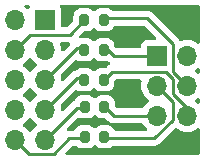
<source format=gbr>
%TF.GenerationSoftware,KiCad,Pcbnew,(6.0.6)*%
%TF.CreationDate,2022-08-19T09:49:53-07:00*%
%TF.ProjectId,rrf_rpi_skr_adapter,7272665f-7270-4695-9f73-6b725f616461,rev?*%
%TF.SameCoordinates,PX8404630PY621abf0*%
%TF.FileFunction,Copper,L1,Top*%
%TF.FilePolarity,Positive*%
%FSLAX46Y46*%
G04 Gerber Fmt 4.6, Leading zero omitted, Abs format (unit mm)*
G04 Created by KiCad (PCBNEW (6.0.6)) date 2022-08-19 09:49:53*
%MOMM*%
%LPD*%
G01*
G04 APERTURE LIST*
G04 Aperture macros list*
%AMRoundRect*
0 Rectangle with rounded corners*
0 $1 Rounding radius*
0 $2 $3 $4 $5 $6 $7 $8 $9 X,Y pos of 4 corners*
0 Add a 4 corners polygon primitive as box body*
4,1,4,$2,$3,$4,$5,$6,$7,$8,$9,$2,$3,0*
0 Add four circle primitives for the rounded corners*
1,1,$1+$1,$2,$3*
1,1,$1+$1,$4,$5*
1,1,$1+$1,$6,$7*
1,1,$1+$1,$8,$9*
0 Add four rect primitives between the rounded corners*
20,1,$1+$1,$2,$3,$4,$5,0*
20,1,$1+$1,$4,$5,$6,$7,0*
20,1,$1+$1,$6,$7,$8,$9,0*
20,1,$1+$1,$8,$9,$2,$3,0*%
G04 Aperture macros list end*
%TA.AperFunction,SMDPad,CuDef*%
%ADD10RoundRect,0.200000X0.200000X0.275000X-0.200000X0.275000X-0.200000X-0.275000X0.200000X-0.275000X0*%
%TD*%
%TA.AperFunction,ComponentPad*%
%ADD11R,1.700000X1.700000*%
%TD*%
%TA.AperFunction,ComponentPad*%
%ADD12O,1.700000X1.700000*%
%TD*%
%TA.AperFunction,Conductor*%
%ADD13C,0.250000*%
%TD*%
G04 APERTURE END LIST*
D10*
%TO.P,R5,1*%
%TO.N,BCM25*%
X8890000Y11938000D03*
%TO.P,R5,2*%
%TO.N,PF12*%
X7240000Y11938000D03*
%TD*%
D11*
%TO.P,J2,1,Pin_1*%
%TO.N,PF13*%
X3920000Y11920000D03*
D12*
%TO.P,J2,2,Pin_2*%
%TO.N,GND*%
X1380000Y11920000D03*
%TO.P,J2,3,Pin_3*%
%TO.N,RST*%
X3920000Y9380000D03*
%TO.P,J2,4,Pin_4*%
%TO.N,PF12*%
X1380000Y9380000D03*
%TO.P,J2,5,Pin_5*%
%TO.N,PB15*%
X3920000Y6840000D03*
%TO.P,J2,6,Pin_6*%
%TO.N,PF11*%
X1380000Y6840000D03*
%TO.P,J2,7,Pin_7*%
%TO.N,PB12*%
X3920000Y4300000D03*
%TO.P,J2,8,Pin_8*%
%TO.N,PG10*%
X1380000Y4300000D03*
%TO.P,J2,9,Pin_9*%
%TO.N,PB13*%
X3920000Y1760000D03*
%TO.P,J2,10,Pin_10*%
%TO.N,PB14*%
X1380000Y1760000D03*
%TD*%
D10*
%TO.P,R3,1*%
%TO.N,SPI0_CLK*%
X8953000Y4572000D03*
%TO.P,R3,2*%
%TO.N,PB13*%
X7303000Y4572000D03*
%TD*%
%TO.P,R2,1*%
%TO.N,SPI0_MISO*%
X8953000Y2032000D03*
%TO.P,R2,2*%
%TO.N,PB14*%
X7303000Y2032000D03*
%TD*%
D11*
%TO.P,J1,1,Pin_1*%
%TO.N,SPI0_MOSI*%
X13400000Y8875000D03*
D12*
%TO.P,J1,2,Pin_2*%
%TO.N,GND*%
X15940000Y8875000D03*
%TO.P,J1,3,Pin_3*%
%TO.N,SPI0_MISO*%
X13400000Y6335000D03*
%TO.P,J1,4,Pin_4*%
%TO.N,BCM25*%
X15940000Y6335000D03*
%TO.P,J1,5,Pin_5*%
%TO.N,SPI0_CLK*%
X13400000Y3795000D03*
%TO.P,J1,6,Pin_6*%
%TO.N,SPI0_CE*%
X15940000Y3795000D03*
%TD*%
D10*
%TO.P,R1,1*%
%TO.N,SPI0_MOSI*%
X8890000Y9398000D03*
%TO.P,R1,2*%
%TO.N,PB15*%
X7240000Y9398000D03*
%TD*%
%TO.P,R4,1*%
%TO.N,SPI0_CE*%
X8890000Y6858000D03*
%TO.P,R4,2*%
%TO.N,PB12*%
X7240000Y6858000D03*
%TD*%
D13*
%TO.N,SPI0_MOSI*%
X9730000Y8875000D02*
X13400000Y8875000D01*
X9080000Y9525000D02*
X9730000Y8875000D01*
%TO.N,SPI0_MISO*%
X14732000Y5003000D02*
X13400000Y6335000D01*
X14732000Y3465299D02*
X14732000Y5003000D01*
X13171701Y1905000D02*
X14732000Y3465299D01*
X9080000Y1905000D02*
X13171701Y1905000D01*
%TO.N,BCM25*%
X14732000Y9893000D02*
X14732000Y7543000D01*
X12560000Y12065000D02*
X14732000Y9893000D01*
X9080000Y12065000D02*
X12560000Y12065000D01*
X14732000Y7543000D02*
X15940000Y6335000D01*
%TO.N,SPI0_CLK*%
X9730000Y3795000D02*
X13400000Y3795000D01*
X9080000Y4445000D02*
X9730000Y3795000D01*
%TO.N,SPI0_CE*%
X14732000Y6907310D02*
X14732000Y5638690D01*
X14129310Y7510000D02*
X14732000Y6907310D01*
X9080000Y6985000D02*
X9605000Y7510000D01*
X14732000Y5638690D02*
X15940000Y4430690D01*
X15940000Y4430690D02*
X15940000Y3795000D01*
X9605000Y7510000D02*
X14129310Y7510000D01*
%TO.N,PF12*%
X1380000Y9380000D02*
X2668000Y10668000D01*
X2668000Y10668000D02*
X6033000Y10668000D01*
X6033000Y10668000D02*
X7430000Y12065000D01*
%TO.N,PB15*%
X6605000Y9525000D02*
X7430000Y9525000D01*
X3920000Y6840000D02*
X6605000Y9525000D01*
%TO.N,PB12*%
X6605000Y6985000D02*
X7430000Y6985000D01*
X3920000Y4300000D02*
X6605000Y6985000D01*
%TO.N,PB13*%
X3920000Y1760000D02*
X6605000Y4445000D01*
X6605000Y4445000D02*
X7430000Y4445000D01*
%TO.N,PB14*%
X2555000Y585000D02*
X4649000Y585000D01*
X5969000Y1905000D02*
X7430000Y1905000D01*
X4649000Y585000D02*
X5969000Y1905000D01*
X1380000Y1760000D02*
X2555000Y585000D01*
%TD*%
%TA.AperFunction,NonConductor*%
G36*
X2580783Y13187498D02*
G01*
X2627276Y13133842D01*
X2637380Y13063568D01*
X2623650Y13022396D01*
X2619385Y13016705D01*
X2599831Y12964544D01*
X2574919Y12898093D01*
X2532277Y12841329D01*
X2465716Y12816629D01*
X2396367Y12831837D01*
X2363743Y12857524D01*
X2313151Y12913125D01*
X2313142Y12913134D01*
X2309670Y12916949D01*
X2305619Y12920148D01*
X2305615Y12920152D01*
X2226519Y12982618D01*
X2185456Y13040535D01*
X2182224Y13111458D01*
X2217850Y13172870D01*
X2281021Y13205272D01*
X2304611Y13207500D01*
X2512662Y13207500D01*
X2580783Y13187498D01*
G37*
%TD.AperFunction*%
%TA.AperFunction,NonConductor*%
G36*
X16959621Y13187498D02*
G01*
X17006114Y13133842D01*
X17017500Y13081500D01*
X17017500Y10015264D01*
X16997498Y9947143D01*
X16943842Y9900650D01*
X16873568Y9890546D01*
X16813410Y9916381D01*
X16694359Y10010402D01*
X16685552Y10015264D01*
X16590038Y10067990D01*
X16498789Y10118362D01*
X16493920Y10120086D01*
X16493916Y10120088D01*
X16293087Y10191205D01*
X16293083Y10191206D01*
X16288212Y10192931D01*
X16283119Y10193838D01*
X16283116Y10193839D01*
X16073373Y10231200D01*
X16073367Y10231201D01*
X16068284Y10232106D01*
X15994452Y10233008D01*
X15850081Y10234772D01*
X15850079Y10234772D01*
X15844911Y10234835D01*
X15624091Y10201045D01*
X15529810Y10170229D01*
X15440297Y10140972D01*
X15369333Y10138821D01*
X15308471Y10175377D01*
X15293061Y10196806D01*
X15291552Y10200617D01*
X15270740Y10229263D01*
X15265564Y10236387D01*
X15259048Y10246307D01*
X15240580Y10277535D01*
X15240578Y10277538D01*
X15236542Y10284362D01*
X15222221Y10298683D01*
X15209380Y10313717D01*
X15208109Y10315467D01*
X15197472Y10330107D01*
X15163395Y10358298D01*
X15154616Y10366288D01*
X13063652Y12457253D01*
X13056112Y12465539D01*
X13052000Y12472018D01*
X13002348Y12518644D01*
X12999507Y12521398D01*
X12979770Y12541135D01*
X12976573Y12543615D01*
X12967551Y12551320D01*
X12941100Y12576159D01*
X12935321Y12581586D01*
X12928375Y12585405D01*
X12928372Y12585407D01*
X12917566Y12591348D01*
X12901047Y12602199D01*
X12900583Y12602559D01*
X12885041Y12614614D01*
X12877772Y12617759D01*
X12877768Y12617762D01*
X12844463Y12632174D01*
X12833813Y12637391D01*
X12795060Y12658695D01*
X12775437Y12663733D01*
X12756734Y12670137D01*
X12745420Y12675033D01*
X12745419Y12675033D01*
X12738145Y12678181D01*
X12730322Y12679420D01*
X12730312Y12679423D01*
X12694476Y12685099D01*
X12682856Y12687505D01*
X12647711Y12696528D01*
X12647710Y12696528D01*
X12640030Y12698500D01*
X12619776Y12698500D01*
X12600065Y12700051D01*
X12587886Y12701980D01*
X12580057Y12703220D01*
X12572165Y12702474D01*
X12536039Y12699059D01*
X12524181Y12698500D01*
X9658710Y12698500D01*
X9590589Y12718502D01*
X9569615Y12735405D01*
X9530381Y12774639D01*
X9383699Y12863472D01*
X9376452Y12865743D01*
X9376450Y12865744D01*
X9306340Y12887715D01*
X9220062Y12914753D01*
X9146635Y12921500D01*
X9143737Y12921500D01*
X8889335Y12921499D01*
X8633366Y12921499D01*
X8630508Y12921236D01*
X8630499Y12921236D01*
X8594996Y12917974D01*
X8559938Y12914753D01*
X8553560Y12912754D01*
X8553559Y12912754D01*
X8403550Y12865744D01*
X8403548Y12865743D01*
X8396301Y12863472D01*
X8249619Y12774639D01*
X8154095Y12679115D01*
X8091783Y12645089D01*
X8020968Y12650154D01*
X7975905Y12679115D01*
X7880381Y12774639D01*
X7733699Y12863472D01*
X7726452Y12865743D01*
X7726450Y12865744D01*
X7656340Y12887715D01*
X7570062Y12914753D01*
X7496635Y12921500D01*
X7493737Y12921500D01*
X7239335Y12921499D01*
X6983366Y12921499D01*
X6980508Y12921236D01*
X6980499Y12921236D01*
X6944996Y12917974D01*
X6909938Y12914753D01*
X6903560Y12912754D01*
X6903559Y12912754D01*
X6753550Y12865744D01*
X6753548Y12865743D01*
X6746301Y12863472D01*
X6599619Y12774639D01*
X6478361Y12653381D01*
X6389528Y12506699D01*
X6387257Y12499452D01*
X6387256Y12499450D01*
X6374032Y12457253D01*
X6338247Y12343062D01*
X6331500Y12269635D01*
X6331500Y12266737D01*
X6331501Y11914596D01*
X6311499Y11846476D01*
X6294596Y11825501D01*
X5807500Y11338405D01*
X5745188Y11304379D01*
X5718405Y11301500D01*
X5404500Y11301500D01*
X5336379Y11321502D01*
X5289886Y11375158D01*
X5278500Y11427500D01*
X5278500Y12818134D01*
X5271745Y12880316D01*
X5220615Y13016705D01*
X5216577Y13022092D01*
X5201649Y13090349D01*
X5226386Y13156897D01*
X5283174Y13199507D01*
X5327338Y13207500D01*
X16891500Y13207500D01*
X16959621Y13187498D01*
G37*
%TD.AperFunction*%
%TA.AperFunction,NonConductor*%
G36*
X12313527Y11411498D02*
G01*
X12334497Y11394599D01*
X13280502Y10448593D01*
X13314526Y10386283D01*
X13309461Y10315467D01*
X13266914Y10258632D01*
X13200394Y10233821D01*
X13191405Y10233500D01*
X12501866Y10233500D01*
X12439684Y10226745D01*
X12303295Y10175615D01*
X12186739Y10088261D01*
X12099385Y9971705D01*
X12048255Y9835316D01*
X12041500Y9773134D01*
X12041500Y9634500D01*
X12021498Y9566379D01*
X11967842Y9519886D01*
X11915500Y9508500D01*
X10044595Y9508500D01*
X9976474Y9528502D01*
X9955500Y9545405D01*
X9833463Y9667442D01*
X9799437Y9729754D01*
X9797086Y9745010D01*
X9794503Y9773134D01*
X9791753Y9803062D01*
X9789754Y9809441D01*
X9742744Y9959450D01*
X9742743Y9959452D01*
X9740472Y9966699D01*
X9651639Y10113381D01*
X9530381Y10234639D01*
X9383699Y10323472D01*
X9376452Y10325743D01*
X9376450Y10325744D01*
X9310164Y10346517D01*
X9220062Y10374753D01*
X9146635Y10381500D01*
X9143737Y10381500D01*
X8889335Y10381499D01*
X8633366Y10381499D01*
X8630508Y10381236D01*
X8630499Y10381236D01*
X8594996Y10377974D01*
X8559938Y10374753D01*
X8553560Y10372754D01*
X8553559Y10372754D01*
X8403550Y10325744D01*
X8403548Y10325743D01*
X8396301Y10323472D01*
X8249619Y10234639D01*
X8154095Y10139115D01*
X8091783Y10105089D01*
X8020968Y10110154D01*
X7975905Y10139115D01*
X7880381Y10234639D01*
X7733699Y10323472D01*
X7726452Y10325743D01*
X7726450Y10325744D01*
X7660164Y10346517D01*
X7570062Y10374753D01*
X7496635Y10381500D01*
X7493737Y10381500D01*
X7239335Y10381499D01*
X6983366Y10381499D01*
X6975668Y10380792D01*
X6954983Y10378892D01*
X6885319Y10392579D01*
X6834113Y10441757D01*
X6817623Y10510812D01*
X6841085Y10577820D01*
X6854363Y10593459D01*
X7178499Y10917595D01*
X7240811Y10951621D01*
X7267593Y10954500D01*
X7481907Y10954501D01*
X7496634Y10954501D01*
X7499492Y10954764D01*
X7499501Y10954764D01*
X7535004Y10958026D01*
X7570062Y10961247D01*
X7576447Y10963248D01*
X7726450Y11010256D01*
X7726452Y11010257D01*
X7733699Y11012528D01*
X7880381Y11101361D01*
X7975905Y11196885D01*
X8038217Y11230911D01*
X8109032Y11225846D01*
X8154095Y11196885D01*
X8249619Y11101361D01*
X8396301Y11012528D01*
X8403548Y11010257D01*
X8403550Y11010256D01*
X8469836Y10989483D01*
X8559938Y10961247D01*
X8633365Y10954500D01*
X8636263Y10954500D01*
X8890665Y10954501D01*
X9146634Y10954501D01*
X9149492Y10954764D01*
X9149501Y10954764D01*
X9185004Y10958026D01*
X9220062Y10961247D01*
X9226447Y10963248D01*
X9376450Y11010256D01*
X9376452Y11010257D01*
X9383699Y11012528D01*
X9530381Y11101361D01*
X9651639Y11222619D01*
X9740472Y11369301D01*
X9743014Y11367762D01*
X9780354Y11411216D01*
X9848912Y11431500D01*
X12245406Y11431500D01*
X12313527Y11411498D01*
G37*
%TD.AperFunction*%
%TA.AperFunction,NonConductor*%
G36*
X5982526Y10014498D02*
G01*
X6029019Y9960842D01*
X6039123Y9890568D01*
X6009629Y9825988D01*
X6003500Y9819405D01*
X5496877Y9312782D01*
X5434565Y9278756D01*
X5363750Y9283821D01*
X5306914Y9326368D01*
X5282206Y9391553D01*
X5264852Y9602639D01*
X5210431Y9819298D01*
X5193491Y9858257D01*
X5184670Y9928704D01*
X5215337Y9992736D01*
X5275753Y10030024D01*
X5309040Y10034500D01*
X5914405Y10034500D01*
X5982526Y10014498D01*
G37*
%TD.AperFunction*%
%TA.AperFunction,NonConductor*%
G36*
X2732026Y8704856D02*
G01*
X2759875Y8673006D01*
X2819987Y8574912D01*
X2966250Y8406062D01*
X3138126Y8263368D01*
X3154204Y8253973D01*
X3211445Y8220524D01*
X3260169Y8168886D01*
X3273240Y8099103D01*
X3246509Y8033331D01*
X3206055Y7999973D01*
X3193607Y7993493D01*
X3189474Y7990390D01*
X3189471Y7990388D01*
X3019100Y7862470D01*
X3014965Y7859365D01*
X3011393Y7855627D01*
X2938680Y7779537D01*
X2860629Y7697862D01*
X2753201Y7540379D01*
X2698293Y7495379D01*
X2627768Y7487208D01*
X2564021Y7518462D01*
X2543324Y7542946D01*
X2462822Y7667383D01*
X2462820Y7667386D01*
X2460014Y7671723D01*
X2309670Y7836949D01*
X2305619Y7840148D01*
X2305615Y7840152D01*
X2138414Y7972200D01*
X2138410Y7972202D01*
X2134359Y7975402D01*
X2093053Y7998204D01*
X2043084Y8048636D01*
X2028312Y8118079D01*
X2053428Y8184484D01*
X2080780Y8211091D01*
X2140898Y8253973D01*
X2259860Y8338827D01*
X2269720Y8348652D01*
X2414435Y8492863D01*
X2418096Y8496511D01*
X2548453Y8677923D01*
X2549776Y8676972D01*
X2596645Y8720143D01*
X2666580Y8732375D01*
X2732026Y8704856D01*
G37*
%TD.AperFunction*%
%TA.AperFunction,NonConductor*%
G36*
X16954414Y7839327D02*
G01*
X17003448Y7787983D01*
X17017500Y7730158D01*
X17017500Y7475264D01*
X16997498Y7407143D01*
X16943842Y7360650D01*
X16873568Y7350546D01*
X16813410Y7376381D01*
X16694359Y7470402D01*
X16653053Y7493204D01*
X16603084Y7543636D01*
X16588312Y7613079D01*
X16613428Y7679484D01*
X16640780Y7706091D01*
X16818332Y7832737D01*
X16885405Y7856011D01*
X16954414Y7839327D01*
G37*
%TD.AperFunction*%
%TA.AperFunction,NonConductor*%
G36*
X8109032Y8685846D02*
G01*
X8154095Y8656885D01*
X8249619Y8561361D01*
X8396301Y8472528D01*
X8403548Y8470257D01*
X8403550Y8470256D01*
X8469836Y8449483D01*
X8559938Y8421247D01*
X8633365Y8414500D01*
X8636263Y8414500D01*
X8890665Y8414501D01*
X9146634Y8414501D01*
X9149492Y8414764D01*
X9149501Y8414764D01*
X9220062Y8421247D01*
X9220222Y8419504D01*
X9282289Y8414033D01*
X9322565Y8388571D01*
X9354679Y8358414D01*
X9361625Y8354595D01*
X9361628Y8354593D01*
X9372434Y8348652D01*
X9388953Y8337801D01*
X9404958Y8325387D01*
X9404050Y8324216D01*
X9446535Y8278712D01*
X9459239Y8208861D01*
X9432162Y8143231D01*
X9369094Y8101157D01*
X9362025Y8099103D01*
X9351407Y8096018D01*
X9344584Y8091983D01*
X9344582Y8091982D01*
X9333972Y8085707D01*
X9316224Y8077012D01*
X9297383Y8069552D01*
X9290967Y8064890D01*
X9290966Y8064890D01*
X9261613Y8043564D01*
X9251693Y8037048D01*
X9220465Y8018580D01*
X9220462Y8018578D01*
X9213638Y8014542D01*
X9199317Y8000221D01*
X9184284Y7987381D01*
X9167893Y7975472D01*
X9162840Y7969364D01*
X9139708Y7941402D01*
X9131718Y7932622D01*
X9077501Y7878405D01*
X9015189Y7844379D01*
X8988406Y7841500D01*
X8654684Y7841499D01*
X8633366Y7841499D01*
X8630508Y7841236D01*
X8630499Y7841236D01*
X8594996Y7837974D01*
X8559938Y7834753D01*
X8553560Y7832754D01*
X8553559Y7832754D01*
X8403550Y7785744D01*
X8403548Y7785743D01*
X8396301Y7783472D01*
X8249619Y7694639D01*
X8154095Y7599115D01*
X8091783Y7565089D01*
X8020968Y7570154D01*
X7975905Y7599115D01*
X7880381Y7694639D01*
X7733699Y7783472D01*
X7726452Y7785743D01*
X7726450Y7785744D01*
X7660164Y7806517D01*
X7570062Y7834753D01*
X7496635Y7841500D01*
X7493737Y7841500D01*
X7239335Y7841499D01*
X6983366Y7841499D01*
X6980508Y7841236D01*
X6980499Y7841236D01*
X6944996Y7837974D01*
X6909938Y7834753D01*
X6903560Y7832754D01*
X6903559Y7832754D01*
X6753550Y7785744D01*
X6753548Y7785743D01*
X6746301Y7783472D01*
X6599619Y7694639D01*
X6549894Y7644914D01*
X6495948Y7613011D01*
X6485651Y7610020D01*
X6466306Y7606014D01*
X6454068Y7604468D01*
X6454066Y7604467D01*
X6446203Y7603474D01*
X6405086Y7587194D01*
X6393885Y7583359D01*
X6351406Y7571018D01*
X6344587Y7566985D01*
X6344582Y7566983D01*
X6333971Y7560707D01*
X6316221Y7552010D01*
X6297383Y7544552D01*
X6290967Y7539891D01*
X6290966Y7539890D01*
X6261625Y7518572D01*
X6251701Y7512053D01*
X6220460Y7493578D01*
X6220455Y7493574D01*
X6213637Y7489542D01*
X6199313Y7475218D01*
X6184281Y7462379D01*
X6167893Y7450472D01*
X6139712Y7416407D01*
X6131722Y7407627D01*
X5496877Y6772782D01*
X5434565Y6738756D01*
X5363750Y6743821D01*
X5306914Y6786368D01*
X5282206Y6851553D01*
X5264852Y7062639D01*
X5236821Y7174235D01*
X5239625Y7245177D01*
X5269930Y7294026D01*
X6490925Y8515021D01*
X6553237Y8549047D01*
X6624052Y8543982D01*
X6645281Y8533707D01*
X6746301Y8472528D01*
X6753548Y8470257D01*
X6753550Y8470256D01*
X6819836Y8449483D01*
X6909938Y8421247D01*
X6983365Y8414500D01*
X6986263Y8414500D01*
X7240665Y8414501D01*
X7496634Y8414501D01*
X7499492Y8414764D01*
X7499501Y8414764D01*
X7535004Y8418026D01*
X7570062Y8421247D01*
X7576447Y8423248D01*
X7726450Y8470256D01*
X7726452Y8470257D01*
X7733699Y8472528D01*
X7880381Y8561361D01*
X7975905Y8656885D01*
X8038217Y8690911D01*
X8109032Y8685846D01*
G37*
%TD.AperFunction*%
%TA.AperFunction,NonConductor*%
G36*
X2732026Y6164856D02*
G01*
X2759875Y6133006D01*
X2819987Y6034912D01*
X2966250Y5866062D01*
X3138126Y5723368D01*
X3208595Y5682189D01*
X3211445Y5680524D01*
X3260169Y5628886D01*
X3273240Y5559103D01*
X3246509Y5493331D01*
X3206055Y5459973D01*
X3193607Y5453493D01*
X3189474Y5450390D01*
X3189471Y5450388D01*
X3070500Y5361062D01*
X3014965Y5319365D01*
X2860629Y5157862D01*
X2753201Y5000379D01*
X2698293Y4955379D01*
X2627768Y4947208D01*
X2564021Y4978462D01*
X2543324Y5002946D01*
X2462822Y5127383D01*
X2462820Y5127386D01*
X2460014Y5131723D01*
X2309670Y5296949D01*
X2305619Y5300148D01*
X2305615Y5300152D01*
X2138414Y5432200D01*
X2138410Y5432202D01*
X2134359Y5435402D01*
X2093053Y5458204D01*
X2043084Y5508636D01*
X2028312Y5578079D01*
X2053428Y5644484D01*
X2080780Y5671091D01*
X2149886Y5720384D01*
X2259860Y5798827D01*
X2418096Y5956511D01*
X2548453Y6137923D01*
X2549776Y6136972D01*
X2596645Y6180143D01*
X2666580Y6192375D01*
X2732026Y6164856D01*
G37*
%TD.AperFunction*%
%TA.AperFunction,NonConductor*%
G36*
X16954414Y5299327D02*
G01*
X17003448Y5247983D01*
X17017500Y5190158D01*
X17017500Y4935264D01*
X16997498Y4867143D01*
X16943842Y4820650D01*
X16873568Y4810546D01*
X16813410Y4836381D01*
X16694359Y4930402D01*
X16653053Y4953204D01*
X16603084Y5003636D01*
X16588312Y5073079D01*
X16613428Y5139484D01*
X16640780Y5166091D01*
X16818332Y5292737D01*
X16885405Y5316011D01*
X16954414Y5299327D01*
G37*
%TD.AperFunction*%
%TA.AperFunction,NonConductor*%
G36*
X12042747Y6856498D02*
G01*
X12089240Y6802842D01*
X12099344Y6732568D01*
X12096045Y6716836D01*
X12060989Y6590430D01*
X12037251Y6368305D01*
X12037548Y6363152D01*
X12037548Y6363149D01*
X12047395Y6192375D01*
X12050110Y6145285D01*
X12051247Y6140239D01*
X12051248Y6140233D01*
X12051769Y6137923D01*
X12099222Y5927361D01*
X12183266Y5720384D01*
X12185965Y5715980D01*
X12284470Y5555234D01*
X12299987Y5529912D01*
X12446250Y5361062D01*
X12618126Y5218368D01*
X12666402Y5190158D01*
X12691445Y5175524D01*
X12740169Y5123886D01*
X12753240Y5054103D01*
X12726509Y4988331D01*
X12686055Y4954973D01*
X12673607Y4948493D01*
X12669474Y4945390D01*
X12669471Y4945388D01*
X12499100Y4817470D01*
X12494965Y4814365D01*
X12340629Y4652862D01*
X12337715Y4648590D01*
X12337714Y4648589D01*
X12225095Y4483496D01*
X12170184Y4438493D01*
X12121007Y4428500D01*
X10044595Y4428500D01*
X9976474Y4448502D01*
X9955499Y4465405D01*
X9898404Y4522501D01*
X9864379Y4584814D01*
X9861500Y4611596D01*
X9861499Y4900751D01*
X9861499Y4903634D01*
X9854753Y4977062D01*
X9852754Y4983441D01*
X9805744Y5133450D01*
X9805743Y5133453D01*
X9803472Y5140699D01*
X9714639Y5287381D01*
X9593381Y5408639D01*
X9446699Y5497472D01*
X9439452Y5499743D01*
X9439450Y5499744D01*
X9373164Y5520517D01*
X9283062Y5548753D01*
X9209635Y5555500D01*
X9206737Y5555500D01*
X8952335Y5555499D01*
X8696366Y5555499D01*
X8693508Y5555236D01*
X8693499Y5555236D01*
X8657996Y5551974D01*
X8622938Y5548753D01*
X8616560Y5546754D01*
X8616559Y5546754D01*
X8466550Y5499744D01*
X8466548Y5499743D01*
X8459301Y5497472D01*
X8312619Y5408639D01*
X8217095Y5313115D01*
X8154783Y5279089D01*
X8083968Y5284154D01*
X8038905Y5313115D01*
X7943381Y5408639D01*
X7796699Y5497472D01*
X7789452Y5499743D01*
X7789450Y5499744D01*
X7723164Y5520517D01*
X7633062Y5548753D01*
X7559635Y5555500D01*
X7556737Y5555500D01*
X7302335Y5555499D01*
X7046366Y5555499D01*
X7043508Y5555236D01*
X7043499Y5555236D01*
X7007996Y5551974D01*
X6972938Y5548753D01*
X6966560Y5546754D01*
X6966559Y5546754D01*
X6816550Y5499744D01*
X6816548Y5499743D01*
X6809301Y5497472D01*
X6662619Y5408639D01*
X6541361Y5287381D01*
X6452528Y5140699D01*
X6445045Y5116820D01*
X6405586Y5057798D01*
X6366119Y5036782D01*
X6366294Y5036378D01*
X6361310Y5034221D01*
X6359963Y5033504D01*
X6351406Y5031018D01*
X6344587Y5026985D01*
X6344582Y5026983D01*
X6333971Y5020707D01*
X6316221Y5012010D01*
X6297383Y5004552D01*
X6290967Y4999891D01*
X6290966Y4999890D01*
X6261625Y4978572D01*
X6251701Y4972053D01*
X6220460Y4953578D01*
X6220455Y4953574D01*
X6213637Y4949542D01*
X6199313Y4935218D01*
X6184281Y4922379D01*
X6167893Y4910472D01*
X6139712Y4876407D01*
X6131722Y4867627D01*
X5496877Y4232782D01*
X5434565Y4198756D01*
X5363750Y4203821D01*
X5306914Y4246368D01*
X5282206Y4311553D01*
X5264852Y4522639D01*
X5236821Y4634235D01*
X5239625Y4705177D01*
X5269930Y4754026D01*
X6490925Y5975021D01*
X6553237Y6009047D01*
X6624052Y6003982D01*
X6645281Y5993707D01*
X6746301Y5932528D01*
X6753548Y5930257D01*
X6753550Y5930256D01*
X6819836Y5909483D01*
X6909938Y5881247D01*
X6983365Y5874500D01*
X6986263Y5874500D01*
X7240665Y5874501D01*
X7496634Y5874501D01*
X7499492Y5874764D01*
X7499501Y5874764D01*
X7535004Y5878026D01*
X7570062Y5881247D01*
X7576447Y5883248D01*
X7726450Y5930256D01*
X7726452Y5930257D01*
X7733699Y5932528D01*
X7880381Y6021361D01*
X7975905Y6116885D01*
X8038217Y6150911D01*
X8109032Y6145846D01*
X8154095Y6116885D01*
X8249619Y6021361D01*
X8396301Y5932528D01*
X8403548Y5930257D01*
X8403550Y5930256D01*
X8469836Y5909483D01*
X8559938Y5881247D01*
X8633365Y5874500D01*
X8636263Y5874500D01*
X8890665Y5874501D01*
X9146634Y5874501D01*
X9149492Y5874764D01*
X9149501Y5874764D01*
X9185004Y5878026D01*
X9220062Y5881247D01*
X9226447Y5883248D01*
X9376450Y5930256D01*
X9376452Y5930257D01*
X9383699Y5932528D01*
X9530381Y6021361D01*
X9651639Y6142619D01*
X9740472Y6289301D01*
X9791753Y6452938D01*
X9798500Y6526365D01*
X9798500Y6750500D01*
X9818502Y6818621D01*
X9872158Y6865114D01*
X9924500Y6876500D01*
X11974626Y6876500D01*
X12042747Y6856498D01*
G37*
%TD.AperFunction*%
%TA.AperFunction,NonConductor*%
G36*
X8172032Y3859846D02*
G01*
X8217095Y3830885D01*
X8312619Y3735361D01*
X8459301Y3646528D01*
X8466548Y3644257D01*
X8466550Y3644256D01*
X8479675Y3640143D01*
X8622938Y3595247D01*
X8696365Y3588500D01*
X8714473Y3588500D01*
X8988405Y3588501D01*
X9056524Y3568499D01*
X9077499Y3551597D01*
X9204825Y3424271D01*
X9226353Y3402742D01*
X9233887Y3394463D01*
X9238000Y3387982D01*
X9287651Y3341357D01*
X9290493Y3338602D01*
X9310230Y3318865D01*
X9313427Y3316385D01*
X9322447Y3308682D01*
X9354679Y3278414D01*
X9361625Y3274595D01*
X9361628Y3274593D01*
X9372434Y3268652D01*
X9388953Y3257801D01*
X9404959Y3245386D01*
X9412228Y3242241D01*
X9412232Y3242238D01*
X9445537Y3227826D01*
X9456195Y3222605D01*
X9484244Y3207185D01*
X9509565Y3181719D01*
X9550686Y3182325D01*
X9551855Y3181819D01*
X9559685Y3180579D01*
X9559691Y3180577D01*
X9595524Y3174901D01*
X9607144Y3172495D01*
X9642289Y3163472D01*
X9649970Y3161500D01*
X9670224Y3161500D01*
X9689934Y3159949D01*
X9709943Y3156780D01*
X9717835Y3157526D01*
X9753961Y3160941D01*
X9765819Y3161500D01*
X12124274Y3161500D01*
X12192395Y3141498D01*
X12231707Y3101335D01*
X12299987Y2989912D01*
X12446250Y2821062D01*
X12450225Y2817762D01*
X12450228Y2817759D01*
X12518060Y2761444D01*
X12557695Y2702541D01*
X12559193Y2631560D01*
X12522078Y2571038D01*
X12458134Y2540189D01*
X12437575Y2538500D01*
X9911912Y2538500D01*
X9843791Y2558502D01*
X9806039Y2602253D01*
X9803472Y2600699D01*
X9718576Y2740880D01*
X9714639Y2747381D01*
X9593381Y2868639D01*
X9524445Y2910388D01*
X9453100Y2953596D01*
X9432432Y2976201D01*
X9396410Y2973727D01*
X9385864Y2976537D01*
X9329143Y2994312D01*
X9283062Y3008753D01*
X9209635Y3015500D01*
X9206737Y3015500D01*
X8952335Y3015499D01*
X8696366Y3015499D01*
X8693508Y3015236D01*
X8693499Y3015236D01*
X8657996Y3011974D01*
X8622938Y3008753D01*
X8616560Y3006754D01*
X8616559Y3006754D01*
X8466550Y2959744D01*
X8466548Y2959743D01*
X8459301Y2957472D01*
X8312619Y2868639D01*
X8217095Y2773115D01*
X8154783Y2739089D01*
X8083968Y2744154D01*
X8038905Y2773115D01*
X7943381Y2868639D01*
X7796699Y2957472D01*
X7789452Y2959743D01*
X7789450Y2959744D01*
X7723164Y2980517D01*
X7633062Y3008753D01*
X7559635Y3015500D01*
X7556737Y3015500D01*
X7302335Y3015499D01*
X7046366Y3015499D01*
X7043508Y3015236D01*
X7043499Y3015236D01*
X7007996Y3011974D01*
X6972938Y3008753D01*
X6966560Y3006754D01*
X6966559Y3006754D01*
X6816550Y2959744D01*
X6816548Y2959743D01*
X6809301Y2957472D01*
X6662619Y2868639D01*
X6541361Y2747381D01*
X6452528Y2600699D01*
X6449986Y2602238D01*
X6412646Y2558784D01*
X6344088Y2538500D01*
X6047767Y2538500D01*
X6036584Y2539027D01*
X6029091Y2540702D01*
X6021165Y2540453D01*
X6021164Y2540453D01*
X5961001Y2538562D01*
X5957043Y2538500D01*
X5929144Y2538500D01*
X5925154Y2537996D01*
X5913308Y2537063D01*
X5910394Y2536972D01*
X5900649Y2536666D01*
X5831934Y2554522D01*
X5783782Y2606694D01*
X5771480Y2676616D01*
X5798933Y2742090D01*
X5807603Y2751699D01*
X6674787Y3618883D01*
X6737099Y3652909D01*
X6807023Y3647908D01*
X6809301Y3646528D01*
X6972938Y3595247D01*
X7046365Y3588500D01*
X7049263Y3588500D01*
X7303665Y3588501D01*
X7559634Y3588501D01*
X7562492Y3588764D01*
X7562501Y3588764D01*
X7598004Y3592026D01*
X7633062Y3595247D01*
X7641601Y3597923D01*
X7789450Y3644256D01*
X7789452Y3644257D01*
X7796699Y3646528D01*
X7943381Y3735361D01*
X8038905Y3830885D01*
X8101217Y3864911D01*
X8172032Y3859846D01*
G37*
%TD.AperFunction*%
%TA.AperFunction,NonConductor*%
G36*
X2732026Y3624856D02*
G01*
X2759875Y3593006D01*
X2819987Y3494912D01*
X2966250Y3326062D01*
X3138126Y3183368D01*
X3183626Y3156780D01*
X3211445Y3140524D01*
X3260169Y3088886D01*
X3273240Y3019103D01*
X3246509Y2953331D01*
X3206055Y2919973D01*
X3193607Y2913493D01*
X3189474Y2910390D01*
X3189471Y2910388D01*
X3070500Y2821062D01*
X3014965Y2779365D01*
X2860629Y2617862D01*
X2753201Y2460379D01*
X2698293Y2415379D01*
X2627768Y2407208D01*
X2564021Y2438462D01*
X2543324Y2462946D01*
X2462822Y2587383D01*
X2462820Y2587386D01*
X2460014Y2591723D01*
X2309670Y2756949D01*
X2305619Y2760148D01*
X2305615Y2760152D01*
X2138414Y2892200D01*
X2138410Y2892202D01*
X2134359Y2895402D01*
X2093053Y2918204D01*
X2043084Y2968636D01*
X2028312Y3038079D01*
X2053428Y3104484D01*
X2080780Y3131091D01*
X2150157Y3180577D01*
X2259860Y3258827D01*
X2269720Y3268652D01*
X2414435Y3412863D01*
X2418096Y3416511D01*
X2548453Y3597923D01*
X2549776Y3596972D01*
X2596645Y3640143D01*
X2666580Y3652375D01*
X2732026Y3624856D01*
G37*
%TD.AperFunction*%
%TA.AperFunction,NonConductor*%
G36*
X16954414Y2759327D02*
G01*
X17003448Y2707983D01*
X17017500Y2650158D01*
X17017500Y634500D01*
X16997498Y566379D01*
X16943842Y519886D01*
X16891500Y508500D01*
X5772595Y508500D01*
X5704474Y528502D01*
X5657981Y582158D01*
X5647877Y652432D01*
X5677371Y717012D01*
X5683500Y723596D01*
X6194501Y1234596D01*
X6256813Y1268621D01*
X6283596Y1271500D01*
X6534290Y1271500D01*
X6602411Y1251498D01*
X6623384Y1234596D01*
X6662619Y1195361D01*
X6809301Y1106528D01*
X6816548Y1104257D01*
X6816550Y1104256D01*
X6882836Y1083483D01*
X6972938Y1055247D01*
X7046365Y1048500D01*
X7049263Y1048500D01*
X7303665Y1048501D01*
X7559634Y1048501D01*
X7562492Y1048764D01*
X7562501Y1048764D01*
X7598004Y1052026D01*
X7633062Y1055247D01*
X7639447Y1057248D01*
X7789450Y1104256D01*
X7789452Y1104257D01*
X7796699Y1106528D01*
X7943381Y1195361D01*
X8038905Y1290885D01*
X8101217Y1324911D01*
X8172032Y1319846D01*
X8217095Y1290885D01*
X8312619Y1195361D01*
X8459301Y1106528D01*
X8466548Y1104257D01*
X8466550Y1104256D01*
X8532836Y1083483D01*
X8622938Y1055247D01*
X8696365Y1048500D01*
X8699263Y1048500D01*
X8953665Y1048501D01*
X9209634Y1048501D01*
X9212492Y1048764D01*
X9212501Y1048764D01*
X9248004Y1052026D01*
X9283062Y1055247D01*
X9289447Y1057248D01*
X9439450Y1104256D01*
X9439452Y1104257D01*
X9446699Y1106528D01*
X9593381Y1195361D01*
X9632615Y1234595D01*
X9694927Y1268621D01*
X9721710Y1271500D01*
X13092934Y1271500D01*
X13104117Y1270973D01*
X13111610Y1269298D01*
X13119536Y1269547D01*
X13119537Y1269547D01*
X13179687Y1271438D01*
X13183646Y1271500D01*
X13211557Y1271500D01*
X13215492Y1271997D01*
X13215557Y1272005D01*
X13227394Y1272938D01*
X13259652Y1273952D01*
X13263671Y1274078D01*
X13271590Y1274327D01*
X13291044Y1279979D01*
X13310401Y1283987D01*
X13322631Y1285532D01*
X13322632Y1285532D01*
X13330498Y1286526D01*
X13337869Y1289445D01*
X13337871Y1289445D01*
X13371613Y1302804D01*
X13382843Y1306649D01*
X13417684Y1316771D01*
X13417685Y1316771D01*
X13425294Y1318982D01*
X13432113Y1323015D01*
X13432118Y1323017D01*
X13442729Y1329293D01*
X13460477Y1337988D01*
X13479318Y1345448D01*
X13515088Y1371436D01*
X13525008Y1377952D01*
X13556236Y1396420D01*
X13556239Y1396422D01*
X13563063Y1400458D01*
X13577384Y1414779D01*
X13592418Y1427620D01*
X13602395Y1434869D01*
X13608808Y1439528D01*
X13636999Y1473605D01*
X13644989Y1482384D01*
X14903626Y2741021D01*
X14965938Y2775047D01*
X15036753Y2769982D01*
X15073205Y2748870D01*
X15158126Y2678368D01*
X15351000Y2565662D01*
X15355825Y2563820D01*
X15355826Y2563819D01*
X15423450Y2537996D01*
X15559692Y2485970D01*
X15564760Y2484939D01*
X15564763Y2484938D01*
X15664964Y2464552D01*
X15778597Y2441433D01*
X15783772Y2441243D01*
X15783774Y2441243D01*
X15996673Y2433436D01*
X15996677Y2433436D01*
X16001837Y2433247D01*
X16006957Y2433903D01*
X16006959Y2433903D01*
X16218288Y2460975D01*
X16218289Y2460975D01*
X16223416Y2461632D01*
X16233149Y2464552D01*
X16432429Y2524339D01*
X16432434Y2524341D01*
X16437384Y2525826D01*
X16637994Y2624104D01*
X16818332Y2752737D01*
X16885405Y2776011D01*
X16954414Y2759327D01*
G37*
%TD.AperFunction*%
M02*

</source>
